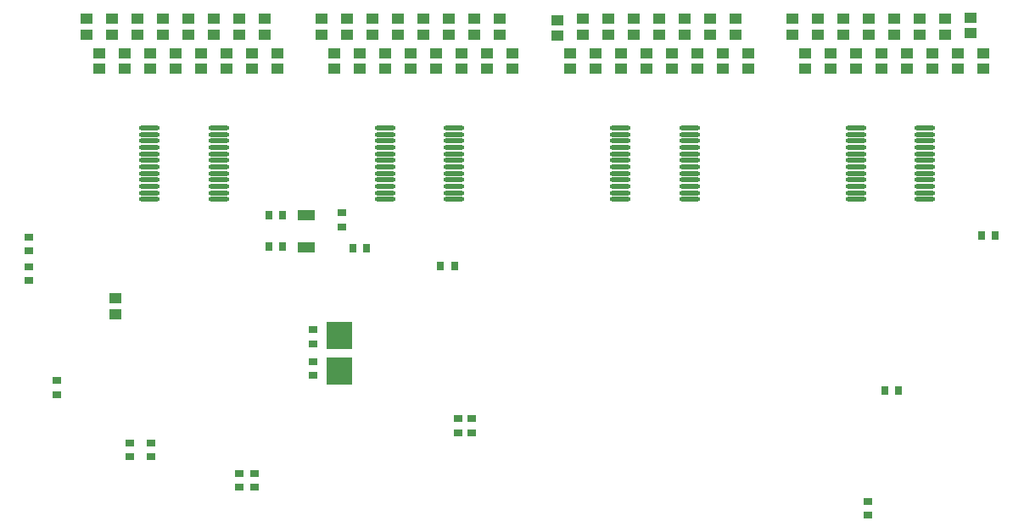
<source format=gbp>
%FSAX43Y43*%
%MOMM*%
G71*
G01*
G75*
G04 Layer_Color=128*
%ADD10R,1.200X1.400*%
%ADD11O,1.800X0.300*%
%ADD12O,0.300X1.800*%
%ADD13R,0.900X0.800*%
%ADD14R,0.508X1.300*%
%ADD15R,0.800X0.900*%
%ADD16R,0.635X2.032*%
%ADD17O,0.600X2.200*%
%ADD18R,2.200X2.200*%
%ADD19R,1.200X0.300*%
%ADD20R,0.300X1.200*%
%ADD21R,2.300X2.300*%
%ADD22R,2.540X1.016*%
%ADD23R,2.400X3.100*%
%ADD24R,2.200X0.450*%
%ADD25R,0.850X0.600*%
%ADD26R,3.683X3.048*%
%ADD27R,2.300X2.300*%
%ADD28C,0.254*%
%ADD29C,0.600*%
%ADD30C,0.381*%
%ADD31C,0.508*%
%ADD32C,0.889*%
%ADD33C,0.635*%
%ADD34C,0.762*%
%ADD35R,9.525X4.064*%
%ADD36R,1.905X3.302*%
%ADD37R,3.556X4.064*%
%ADD38R,11.049X1.016*%
%ADD39R,6.731X3.175*%
%ADD40R,8.509X2.159*%
%ADD41R,3.175X1.397*%
%ADD42C,0.508*%
%ADD43C,1.524*%
%ADD44C,0.762*%
%ADD45R,1.524X1.524*%
%ADD46C,3.556*%
%ADD47C,1.500*%
%ADD48R,1.500X1.500*%
%ADD49C,4.000*%
%ADD50C,3.810*%
%ADD51R,1.500X1.500*%
%ADD52C,1.600*%
%ADD53C,1.690*%
%ADD54R,1.690X1.690*%
%ADD55C,4.760*%
%ADD56C,2.032*%
%ADD57C,1.270*%
%ADD58C,3.000*%
%ADD59C,1.778*%
%ADD60R,1.300X1.000*%
%ADD61O,2.100X0.450*%
%ADD62R,2.540X2.794*%
%ADD63R,1.800X1.000*%
%ADD64R,2.286X2.286*%
%ADD65C,0.250*%
%ADD66C,0.100*%
%ADD67C,0.127*%
%ADD68C,0.200*%
%ADD69C,0.203*%
%ADD70R,1.403X1.603*%
%ADD71O,2.003X0.503*%
%ADD72O,0.503X2.003*%
%ADD73R,1.103X1.003*%
%ADD74R,0.711X1.503*%
%ADD75R,1.003X1.103*%
%ADD76R,0.838X2.235*%
%ADD77O,0.803X2.403*%
%ADD78R,1.403X0.503*%
%ADD79R,0.503X1.403*%
%ADD80R,2.503X2.503*%
%ADD81R,2.743X1.219*%
%ADD82R,2.603X3.303*%
%ADD83R,2.403X0.653*%
%ADD84R,1.053X0.803*%
%ADD85R,3.886X3.251*%
%ADD86R,2.503X2.503*%
%ADD87C,0.711*%
%ADD88C,1.727*%
%ADD89C,0.965*%
%ADD90R,1.727X1.727*%
%ADD91C,3.759*%
%ADD92C,1.703*%
%ADD93R,1.703X1.703*%
%ADD94C,4.203*%
%ADD95C,4.013*%
%ADD96R,1.703X1.703*%
%ADD97C,1.803*%
%ADD98C,1.893*%
%ADD99R,1.893X1.893*%
%ADD100C,4.963*%
%ADD101C,0.203*%
%ADD102C,2.235*%
%ADD103C,1.473*%
%ADD104C,3.203*%
%ADD105C,1.981*%
%ADD106R,1.503X1.203*%
%ADD107O,2.303X0.653*%
%ADD108R,2.743X2.997*%
%ADD109R,2.003X1.203*%
D13*
X0029337Y0060009D02*
D03*
Y0058609D02*
D03*
Y0055656D02*
D03*
Y0057056D02*
D03*
X0039370Y0038035D02*
D03*
Y0039435D02*
D03*
X0041529Y0038035D02*
D03*
Y0039435D02*
D03*
X0073533Y0040448D02*
D03*
Y0041848D02*
D03*
X0072136Y0040448D02*
D03*
Y0041848D02*
D03*
X0051816Y0036387D02*
D03*
Y0034987D02*
D03*
X0050292Y0036387D02*
D03*
Y0034987D02*
D03*
X0113030Y0032193D02*
D03*
Y0033593D02*
D03*
X0032131Y0045658D02*
D03*
Y0044258D02*
D03*
X0057658Y0047563D02*
D03*
Y0046163D02*
D03*
Y0049338D02*
D03*
Y0050738D02*
D03*
X0060579Y0062422D02*
D03*
Y0061022D02*
D03*
D15*
X0125795Y0060198D02*
D03*
X0124395D02*
D03*
X0116143Y0044704D02*
D03*
X0114743D02*
D03*
X0054675Y0059055D02*
D03*
X0053275D02*
D03*
X0054675Y0062230D02*
D03*
X0053275D02*
D03*
X0061657Y0058928D02*
D03*
X0063057D02*
D03*
X0071820Y0057150D02*
D03*
X0070420D02*
D03*
D60*
X0035052Y0081826D02*
D03*
Y0080226D02*
D03*
X0036322Y0078397D02*
D03*
Y0076797D02*
D03*
X0037592Y0081826D02*
D03*
Y0080226D02*
D03*
X0038862Y0078397D02*
D03*
Y0076797D02*
D03*
X0040132Y0081826D02*
D03*
Y0080226D02*
D03*
X0041402Y0078397D02*
D03*
Y0076797D02*
D03*
X0047752Y0080226D02*
D03*
Y0081826D02*
D03*
X0049022Y0076797D02*
D03*
Y0078397D02*
D03*
X0051562Y0076797D02*
D03*
Y0078397D02*
D03*
X0050292Y0080226D02*
D03*
Y0081826D02*
D03*
X0052832Y0080226D02*
D03*
Y0081826D02*
D03*
X0054102Y0076797D02*
D03*
Y0078397D02*
D03*
X0042672Y0081826D02*
D03*
Y0080226D02*
D03*
X0046482Y0076797D02*
D03*
Y0078397D02*
D03*
X0043942D02*
D03*
Y0076797D02*
D03*
X0045212Y0080226D02*
D03*
Y0081826D02*
D03*
X0061087D02*
D03*
Y0080226D02*
D03*
X0076327D02*
D03*
Y0081826D02*
D03*
X0090932Y0078397D02*
D03*
Y0076797D02*
D03*
X0093472D02*
D03*
Y0078397D02*
D03*
X0059817D02*
D03*
Y0076797D02*
D03*
X0077597D02*
D03*
Y0078397D02*
D03*
X0089662Y0081826D02*
D03*
Y0080226D02*
D03*
X0094742D02*
D03*
Y0081826D02*
D03*
X0058547D02*
D03*
Y0080226D02*
D03*
X0088392Y0078397D02*
D03*
Y0076797D02*
D03*
X0114427Y0078397D02*
D03*
Y0076797D02*
D03*
X0085852Y0078397D02*
D03*
Y0076797D02*
D03*
X0115697Y0080226D02*
D03*
Y0081826D02*
D03*
X0116967Y0076797D02*
D03*
Y0078397D02*
D03*
X0097282Y0080226D02*
D03*
Y0081826D02*
D03*
X0098552Y0076797D02*
D03*
Y0078397D02*
D03*
X0062357D02*
D03*
Y0076797D02*
D03*
X0075057D02*
D03*
Y0078397D02*
D03*
X0073787Y0080226D02*
D03*
Y0081826D02*
D03*
X0072517Y0076797D02*
D03*
Y0078397D02*
D03*
X0071247Y0080226D02*
D03*
Y0081826D02*
D03*
X0064897Y0078397D02*
D03*
Y0076797D02*
D03*
X0063627Y0081826D02*
D03*
Y0080226D02*
D03*
X0066167Y0081826D02*
D03*
Y0080226D02*
D03*
X0069977Y0076797D02*
D03*
Y0078397D02*
D03*
X0068707Y0080226D02*
D03*
Y0081826D02*
D03*
X0067437Y0078397D02*
D03*
Y0076797D02*
D03*
X0092202Y0080226D02*
D03*
Y0081826D02*
D03*
X0096012Y0076797D02*
D03*
Y0078397D02*
D03*
X0087122Y0081826D02*
D03*
Y0080226D02*
D03*
X0084582Y0081826D02*
D03*
Y0080226D02*
D03*
X0099822D02*
D03*
Y0081826D02*
D03*
X0082042Y0081699D02*
D03*
Y0080099D02*
D03*
X0083312Y0078397D02*
D03*
Y0076797D02*
D03*
X0101092D02*
D03*
Y0078397D02*
D03*
X0113157Y0081826D02*
D03*
Y0080226D02*
D03*
X0108077Y0081826D02*
D03*
Y0080226D02*
D03*
X0109347Y0078397D02*
D03*
Y0076797D02*
D03*
X0120777Y0080226D02*
D03*
Y0081826D02*
D03*
X0118237Y0080226D02*
D03*
Y0081826D02*
D03*
X0110617D02*
D03*
Y0080226D02*
D03*
X0111887Y0078397D02*
D03*
Y0076797D02*
D03*
X0119507D02*
D03*
Y0078397D02*
D03*
X0105537Y0081826D02*
D03*
Y0080226D02*
D03*
X0124587Y0076797D02*
D03*
Y0078397D02*
D03*
X0106807D02*
D03*
Y0076797D02*
D03*
X0122047D02*
D03*
Y0078397D02*
D03*
X0123317Y0080353D02*
D03*
Y0081953D02*
D03*
X0037973Y0053886D02*
D03*
Y0052286D02*
D03*
D61*
X0048281Y0068960D02*
D03*
Y0069610D02*
D03*
Y0070260D02*
D03*
Y0070910D02*
D03*
X0041381D02*
D03*
Y0070260D02*
D03*
Y0069610D02*
D03*
Y0068960D02*
D03*
Y0063765D02*
D03*
Y0064415D02*
D03*
Y0065065D02*
D03*
Y0065715D02*
D03*
Y0066365D02*
D03*
Y0067015D02*
D03*
Y0067665D02*
D03*
Y0068315D02*
D03*
X0048281Y0063765D02*
D03*
Y0064415D02*
D03*
Y0065065D02*
D03*
Y0065715D02*
D03*
Y0066365D02*
D03*
Y0067015D02*
D03*
Y0067665D02*
D03*
Y0068315D02*
D03*
X0071776Y0068960D02*
D03*
Y0069610D02*
D03*
Y0070260D02*
D03*
Y0070910D02*
D03*
X0064876D02*
D03*
Y0070260D02*
D03*
Y0069610D02*
D03*
Y0068960D02*
D03*
Y0063765D02*
D03*
Y0064415D02*
D03*
Y0065065D02*
D03*
Y0065715D02*
D03*
Y0066365D02*
D03*
Y0067015D02*
D03*
Y0067665D02*
D03*
Y0068315D02*
D03*
X0071776Y0063765D02*
D03*
Y0064415D02*
D03*
Y0065065D02*
D03*
Y0065715D02*
D03*
Y0066365D02*
D03*
Y0067015D02*
D03*
Y0067665D02*
D03*
Y0068315D02*
D03*
X0095271Y0068960D02*
D03*
Y0069610D02*
D03*
Y0070260D02*
D03*
Y0070910D02*
D03*
X0088371D02*
D03*
Y0070260D02*
D03*
Y0069610D02*
D03*
Y0068960D02*
D03*
Y0063765D02*
D03*
Y0064415D02*
D03*
Y0065065D02*
D03*
Y0065715D02*
D03*
Y0066365D02*
D03*
Y0067015D02*
D03*
Y0067665D02*
D03*
Y0068315D02*
D03*
X0095271Y0063765D02*
D03*
Y0064415D02*
D03*
Y0065065D02*
D03*
Y0065715D02*
D03*
Y0066365D02*
D03*
Y0067015D02*
D03*
Y0067665D02*
D03*
Y0068315D02*
D03*
X0118766Y0068960D02*
D03*
Y0069610D02*
D03*
Y0070260D02*
D03*
Y0070910D02*
D03*
X0111866D02*
D03*
Y0070260D02*
D03*
Y0069610D02*
D03*
Y0068960D02*
D03*
Y0063765D02*
D03*
Y0064415D02*
D03*
Y0065065D02*
D03*
Y0065715D02*
D03*
Y0066365D02*
D03*
Y0067015D02*
D03*
Y0067665D02*
D03*
Y0068315D02*
D03*
X0118766Y0063765D02*
D03*
Y0064415D02*
D03*
Y0065065D02*
D03*
Y0065715D02*
D03*
Y0066365D02*
D03*
Y0067015D02*
D03*
Y0067665D02*
D03*
Y0068315D02*
D03*
D62*
X0060325Y0050165D02*
D03*
Y0046609D02*
D03*
D63*
X0057043Y0062179D02*
D03*
Y0058979D02*
D03*
M02*

</source>
